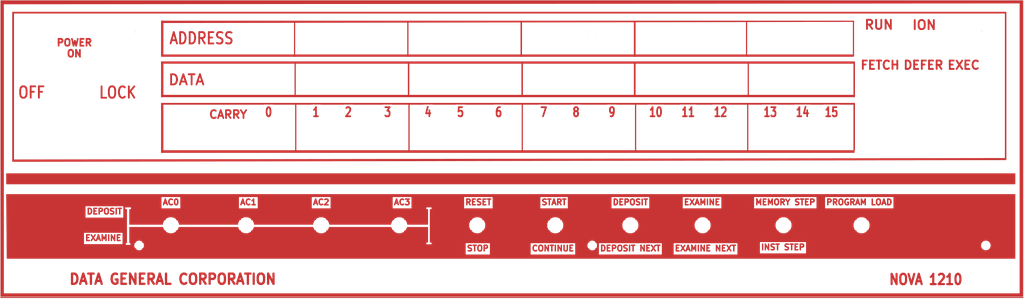
<source format=kicad_pcb>
(kicad_pcb (version 20171130) (host pcbnew "(5.0.2)-1")
  (title_block (title "Nova 1200 front panel") (date 2019-01-06) (rev "Rev 2") (company "Marcel van Herk"))
  (layers (0 F.Cu signal) (31 B.Cu signal) (37 F.SilkS user) (38 B.Mask user) (39 F.Mask user) (44 Edge.Cuts user))
  (net 0 "")
  (net 1 /GND)
  (module MountingHole:MountingHole_3.2mm_M3 (layer F.Cu) (at 242.316 19.05)
    (fp_text reference PAD1 (at 0 0.254) (layer F.SilkS))
    (fp_text value MountingHole_Pad)
    (pad 1 np_thru_hole circle (at 0 0) (size 3.2 3.2) (drill 3.2) (layers *.Cu *.Mask))
  )
  (module MountingHole:MountingHole_3.2mm_M3 (layer F.Cu) (at 242.316 113.03)
    (fp_text reference PAD1 (at 0 0) (layer F.SilkS))
    (fp_text value MountingHole_Pad)
    (pad 1 np_thru_hole circle (at 0 0) (size 3.2 3.2) (drill 3.2) (layers *.Cu *.Mask))
  )
  (module MountingHole:MountingHole_3.2mm_M3 (layer F.Cu) (at 43.18 113.03)
    (fp_text reference PAD1 (at 0 0) (layer F.SilkS))
    (fp_text value MountingHole_Pad)
    (pad 1 np_thru_hole circle (at 0 0) (size 3.2 3.2) (drill 3.2) (layers *.Cu *.Mask))
  )
  (module MountingHole:MountingHole_3.2mm_M3 (layer F.Cu) (at 43.18 19.05)
    (fp_text reference PAD1 (at 0 0) (layer F.SilkS))
    (fp_text value MountingHole_Pad)
    (pad 1 np_thru_hole circle (at 0 0) (size 3.2 3.2) (drill 3.2) (layers *.Cu *.Mask))
  )
  (module MountingHole:MountingHole_3.2mm_M3 (layer F.Cu) (at 415.29 19.05)
    (fp_text reference PAD6 (at -0.254 -0.254) (layer F.SilkS))
    (fp_text value MountingHole_Pad)
    (pad 1 np_thru_hole circle (at 0 0) (size 3.2 3.2) (drill 3.2) (layers *.Cu *.Mask) (net 1 /GND))
  )
  (module MountingHole:MountingHole_3.2mm_M3 (layer F.Cu) (at 415.29 113.03)
    (fp_text reference PAD5 (at -0.254 0) (layer F.SilkS))
    (fp_text value MountingHole_Pad)
    (pad 1 np_thru_hole circle (at 0 0) (size 3.2 3.2) (drill 3.2) (layers *.Cu *.Mask) (net 1 /GND))
  )
  (module MountingHole:MountingHole_5.5mm (layer F.Cu) (at 220.98 21.59)
    (fp_text reference REF** (at 0 -0.254) (layer F.SilkS))
    (fp_text value MountingHole_5.5mm)
    (pad 1 np_thru_hole circle (at 0 0) (size 5.5 5.5) (drill 5.5) (layers *.Cu *.Mask))
  )
  (module MountingHole:MountingHole_5.5mm (layer F.Cu) (at 234.95 21.59)
    (fp_text reference REF** (at -0.254 -0.254) (layer F.SilkS))
    (fp_text value MountingHole_5.5mm)
    (pad 1 np_thru_hole circle (at 0 0) (size 5.5 5.5) (drill 5.5) (layers *.Cu *.Mask))
  )
  (module MountingHole:MountingHole_5.5mm (layer F.Cu) (at 320.04 21.59)
    (fp_text reference REF** (at 0.508 -0.254) (layer F.SilkS))
    (fp_text value MountingHole_5.5mm)
    (pad 1 np_thru_hole circle (at 0 0) (size 5.5 5.5) (drill 5.5) (layers *.Cu *.Mask))
  )
  (module MountingHole:MountingHole_5.5mm (layer F.Cu) (at 334.01 21.59)
    (fp_text reference REF** (at 0.254 -0.254) (layer F.SilkS))
    (fp_text value MountingHole_5.5mm)
    (pad 1 np_thru_hole circle (at 0 0) (size 5.5 5.5) (drill 5.5) (layers *.Cu *.Mask))
  )
  (module MountingHole:MountingHole_5.5mm (layer F.Cu) (at 347.98 21.59)
    (fp_text reference REF** (at 0.508 0.254) (layer F.SilkS))
    (fp_text value MountingHole_5.5mm)
    (pad 1 np_thru_hole circle (at 0 0) (size 5.5 5.5) (drill 5.5) (layers *.Cu *.Mask))
  )
  (module MountingHole:MountingHole_5.5mm (layer F.Cu) (at 120.65 21.59)
    (fp_text reference REF** (at 0.254 -0.254) (layer F.SilkS))
    (fp_text value MountingHole_5.5mm)
    (pad 1 np_thru_hole circle (at 0 0) (size 5.5 5.5) (drill 5.5) (layers *.Cu *.Mask))
  )
  (module MountingHole:MountingHole_5.5mm (layer F.Cu) (at 135.89 21.59)
    (fp_text reference REF** (at 0.762 -0.254) (layer F.SilkS))
    (fp_text value MountingHole_5.5mm)
    (pad 1 np_thru_hole circle (at 0 0) (size 5.5 5.5) (drill 5.5) (layers *.Cu *.Mask))
  )
  (module MountingHole:MountingHole_5.5mm (layer F.Cu) (at 284.48 21.59)
    (fp_text reference REF** (at 0.508 0.254) (layer F.SilkS))
    (fp_text value MountingHole_5.5mm)
    (pad 1 np_thru_hole circle (at 0 0) (size 5.5 5.5) (drill 5.5) (layers *.Cu *.Mask))
  )
  (module MountingHole:MountingHole_5.5mm (layer F.Cu) (at 298.45 21.59)
    (fp_text reference REF** (at 0 -0.254) (layer F.SilkS))
    (fp_text value MountingHole_5.5mm)
    (pad 1 np_thru_hole circle (at 0 0) (size 5.5 5.5) (drill 5.5) (layers *.Cu *.Mask))
  )
  (module MountingHole:MountingHole_5.5mm (layer F.Cu) (at 250.19 21.59)
    (fp_text reference REF** (at 0.762 0.254) (layer F.SilkS))
    (fp_text value MountingHole_5.5mm)
    (pad 1 np_thru_hole circle (at 0 0) (size 5.5 5.5) (drill 5.5) (layers *.Cu *.Mask))
  )
  (module MountingHole:MountingHole_5.5mm (layer F.Cu) (at 270.51 21.59)
    (fp_text reference REF** (at 0.254 -0.254) (layer F.SilkS))
    (fp_text value MountingHole_5.5mm)
    (pad 1 np_thru_hole circle (at 0 0) (size 5.5 5.5) (drill 5.5) (layers *.Cu *.Mask))
  )
  (module MountingHole:MountingHole_5.5mm (layer F.Cu) (at 185.42 21.59)
    (fp_text reference REF** (at 0 -0.254) (layer F.SilkS))
    (fp_text value MountingHole_5.5mm)
    (pad 1 np_thru_hole circle (at 0 0) (size 5.5 5.5) (drill 5.5) (layers *.Cu *.Mask))
  )
  (module MountingHole:MountingHole_5.5mm (layer F.Cu) (at 200.66 21.59)
    (fp_text reference REF** (at 0 1.27) (layer F.SilkS))
    (fp_text value MountingHole_5.5mm)
    (pad 1 np_thru_hole circle (at 0 0) (size 5.5 5.5) (drill 5.5) (layers *.Cu *.Mask))
  )
  (module MountingHole:MountingHole_5.5mm (layer F.Cu) (at 152.4 21.59)
    (fp_text reference REF** (at 0 -0.254) (layer F.SilkS))
    (fp_text value MountingHole_5.5mm)
    (pad 1 np_thru_hole circle (at 0 0) (size 5.5 5.5) (drill 5.5) (layers *.Cu *.Mask))
  )
  (module MountingHole:MountingHole_5.5mm (layer F.Cu) (at 170.18 21.59)
    (fp_text reference REF** (at 0 0.254) (layer F.SilkS))
    (fp_text value MountingHole_5.5mm)
    (pad 1 np_thru_hole circle (at 0 0) (size 5.5 5.5) (drill 5.5) (layers *.Cu *.Mask))
  )
  (module MountingHole:MountingHole_5.5mm (layer F.Cu) (at 403.86 39.37)
    (fp_text reference REF** (at 0 -0.254) (layer F.SilkS))
    (fp_text value MountingHole_5.5mm)
    (pad 1 np_thru_hole circle (at 0 0) (size 5.5 5.5) (drill 5.5) (layers *.Cu *.Mask))
  )
  (module MountingHole:MountingHole_5.5mm (layer F.Cu) (at 387.35 39.37)
    (fp_text reference REF** (at -0.254 0.254) (layer F.SilkS))
    (fp_text value MountingHole_5.5mm)
    (pad 1 np_thru_hole circle (at 0 0) (size 5.5 5.5) (drill 5.5) (layers *.Cu *.Mask))
  )
  (module MountingHole:MountingHole_5.5mm (layer F.Cu) (at 368.3 39.37)
    (fp_text reference REF** (at 0 0.254) (layer F.SilkS))
    (fp_text value MountingHole_5.5mm)
    (pad 1 np_thru_hole circle (at 0 0) (size 5.5 5.5) (drill 5.5) (layers *.Cu *.Mask))
  )
  (module "Button_Switch_Keyboard:nova frontpanel layout" (layer F.Cu) (at 207.01 71.12)
    (fp_text reference G hide)
    (fp_text value "" hide)
  )
  (module MountingHole:MountingHole_6mm (layer F.Cu) (at 360.68 104.14)
    (fp_text reference REF** (at 0.508 0) (layer F.SilkS))
    (fp_text value MountingHole_6mm)
    (pad 1 np_thru_hole circle (at 0 0) (size 6 6) (drill 6) (layers *.Cu *.Mask))
  )
  (module MountingHole:MountingHole_6mm (layer F.Cu) (at 100.33 63.5)
    (fp_text reference REF** (at 0.254 0) (layer F.SilkS))
    (fp_text value MountingHole_6mm)
    (pad 1 np_thru_hole circle (at 0 0) (size 6 6) (drill 6) (layers *.Cu *.Mask))
  )
  (module MountingHole:MountingHole_5.5mm (layer F.Cu) (at 368.3 21.59)
    (fp_text reference REF** (at 0 -0.254) (layer F.SilkS))
    (fp_text value MountingHole_5.5mm)
    (pad 1 np_thru_hole circle (at 0 0) (size 5.5 5.5) (drill 5.5) (layers *.Cu *.Mask))
  )
  (module MountingHole:MountingHole_5.5mm (layer F.Cu) (at 387.35 21.59)
    (fp_text reference REF** (at 0.762 0.254) (layer F.SilkS))
    (fp_text value MountingHole_5.5mm)
    (pad 1 np_thru_hole circle (at 0 0) (size 5.5 5.5) (drill 5.5) (layers *.Cu *.Mask))
  )
  (module MountingHole:MountingHole_5.5mm (layer F.Cu) (at 347.98 39.37)
    (fp_text reference REF** (at -0.508 -0.254) (layer F.SilkS))
    (fp_text value MountingHole_5.5mm)
    (pad 1 np_thru_hole circle (at 0 0) (size 5.5 5.5) (drill 5.5) (layers *.Cu *.Mask))
  )
  (module MountingHole:MountingHole_5.5mm (layer F.Cu) (at 334.01 39.37)
    (fp_text reference REF** (at -0.254 -0.254) (layer F.SilkS))
    (fp_text value MountingHole_5.5mm)
    (pad 1 np_thru_hole circle (at 0 0) (size 5.5 5.5) (drill 5.5) (layers *.Cu *.Mask))
  )
  (module MountingHole:MountingHole_5.5mm (layer F.Cu) (at 320.04 39.37)
    (fp_text reference REF** (at 0.508 -0.254) (layer F.SilkS))
    (fp_text value MountingHole_5.5mm)
    (pad 1 np_thru_hole circle (at 0 0) (size 5.5 5.5) (drill 5.5) (layers *.Cu *.Mask))
  )
  (module MountingHole:MountingHole_5.5mm (layer F.Cu) (at 298.45 39.37)
    (fp_text reference REF** (at -0.254 -0.254) (layer F.SilkS))
    (fp_text value MountingHole_5.5mm)
    (pad 1 np_thru_hole circle (at 0 0) (size 5.5 5.5) (drill 5.5) (layers *.Cu *.Mask))
  )
  (module MountingHole:MountingHole_5.5mm (layer F.Cu) (at 284.48 39.37)
    (fp_text reference REF** (at -0.508 -0.254) (layer F.SilkS))
    (fp_text value MountingHole_5.5mm)
    (pad 1 np_thru_hole circle (at 0 0) (size 5.5 5.5) (drill 5.5) (layers *.Cu *.Mask))
  )
  (module MountingHole:MountingHole_5.5mm (layer F.Cu) (at 270.51 39.37)
    (fp_text reference REF** (at 0 -0.254) (layer F.SilkS))
    (fp_text value MountingHole_5.5mm)
    (pad 1 np_thru_hole circle (at 0 0) (size 5.5 5.5) (drill 5.5) (layers *.Cu *.Mask))
  )
  (module MountingHole:MountingHole_5.5mm (layer F.Cu) (at 250.19 39.37)
    (fp_text reference REF** (at 0 0.254) (layer F.SilkS))
    (fp_text value MountingHole_5.5mm)
    (pad 1 np_thru_hole circle (at 0 0) (size 5.5 5.5) (drill 5.5) (layers *.Cu *.Mask))
  )
  (module MountingHole:MountingHole_5.5mm (layer F.Cu) (at 234.95 39.37)
    (fp_text reference REF** (at -0.254 -0.254) (layer F.SilkS))
    (fp_text value MountingHole_5.5mm)
    (pad 1 np_thru_hole circle (at 0 0) (size 5.5 5.5) (drill 5.5) (layers *.Cu *.Mask))
  )
  (module MountingHole:MountingHole_5.5mm (layer F.Cu) (at 220.98 39.37)
    (fp_text reference REF** (at 0 -0.254) (layer F.SilkS))
    (fp_text value MountingHole_5.5mm)
    (pad 1 np_thru_hole circle (at 0 0) (size 5.5 5.5) (drill 5.5) (layers *.Cu *.Mask))
  )
  (module MountingHole:MountingHole_5.5mm (layer F.Cu) (at 200.66 39.37)
    (fp_text reference REF** (at 0.508 0.254) (layer F.SilkS))
    (fp_text value MountingHole_5.5mm)
    (pad 1 np_thru_hole circle (at 0 0) (size 5.5 5.5) (drill 5.5) (layers *.Cu *.Mask))
  )
  (module MountingHole:MountingHole_5.5mm (layer F.Cu) (at 185.42 39.37)
    (fp_text reference REF** (at -0.508 -0.254) (layer F.SilkS))
    (fp_text value MountingHole_5.5mm)
    (pad 1 np_thru_hole circle (at 0 0) (size 5.5 5.5) (drill 5.5) (layers *.Cu *.Mask))
  )
  (module MountingHole:MountingHole_5.5mm (layer F.Cu) (at 170.18 39.37)
    (fp_text reference REF** (at 0 0.254) (layer F.SilkS))
    (fp_text value MountingHole_5.5mm)
    (pad 1 np_thru_hole circle (at 0 0) (size 5.5 5.5) (drill 5.5) (layers *.Cu *.Mask))
  )
  (module MountingHole:MountingHole_5.5mm (layer F.Cu) (at 152.4 39.37)
    (fp_text reference REF** (at -0.508 -0.254) (layer F.SilkS))
    (fp_text value MountingHole_5.5mm)
    (pad 1 np_thru_hole circle (at 0 0) (size 5.5 5.5) (drill 5.5) (layers *.Cu *.Mask))
  )
  (module MountingHole:MountingHole_5.5mm (layer F.Cu) (at 135.89 39.37)
    (fp_text reference REF** (at 0.254 0.254) (layer F.SilkS))
    (fp_text value MountingHole_5.5mm)
    (pad 1 np_thru_hole circle (at 0 0) (size 5.5 5.5) (drill 5.5) (layers *.Cu *.Mask))
  )
  (module MountingHole:MountingHole_5.5mm (layer F.Cu) (at 120.65 39.37)
    (fp_text reference REF** (at 0 0.254) (layer F.SilkS))
    (fp_text value MountingHole_5.5mm)
    (pad 1 np_thru_hole circle (at 0 0) (size 5.5 5.5) (drill 5.5) (layers *.Cu *.Mask))
  )
  (module MountingHole:MountingHole_5.5mm (layer F.Cu) (at 100.33 39.37)
    (fp_text reference REF** (at 0.254 -0.254) (layer F.SilkS))
    (fp_text value MountingHole_5.5mm)
    (pad 1 np_thru_hole circle (at 0 0) (size 5.5 5.5) (drill 5.5) (layers *.Cu *.Mask))
  )
  (module MountingHole:MountingHole_5.5mm (layer F.Cu) (at 82.55 39.37)
    (fp_text reference REF** (at -0.254 -0.254) (layer F.SilkS))
    (fp_text value MountingHole_5.5mm)
    (pad 1 np_thru_hole circle (at 0 0) (size 5.5 5.5) (drill 5.5) (layers *.Cu *.Mask))
  )
  (module MountingHole:MountingHole_6mm (layer F.Cu) (at 120.65 63.5)
    (fp_text reference REF** (at -0.254 0) (layer F.SilkS))
    (fp_text value MountingHole_6mm)
    (pad 1 np_thru_hole circle (at 0 0) (size 6 6) (drill 6) (layers *.Cu *.Mask))
  )
  (module MountingHole:MountingHole_6mm (layer F.Cu) (at 135.89 63.5)
    (fp_text reference REF** (at -0.254 0) (layer F.SilkS))
    (fp_text value MountingHole_6mm)
    (pad 1 np_thru_hole circle (at 0 0) (size 6 6) (drill 6) (layers *.Cu *.Mask))
  )
  (module MountingHole:MountingHole_6mm (layer F.Cu) (at 152.4 63.5)
    (fp_text reference REF** (at -0.508 0) (layer F.SilkS))
    (fp_text value MountingHole_6mm)
    (pad 1 np_thru_hole circle (at 0 0) (size 6 6) (drill 6) (layers *.Cu *.Mask))
  )
  (module MountingHole:MountingHole_6mm (layer F.Cu) (at 170.18 63.5)
    (fp_text reference REF** (at 0 -0.508) (layer F.SilkS))
    (fp_text value MountingHole_6mm)
    (pad 1 np_thru_hole circle (at 0 0) (size 6 6) (drill 6) (layers *.Cu *.Mask))
  )
  (module MountingHole:MountingHole_6mm (layer F.Cu) (at 185.42 63.5)
    (fp_text reference REF** (at 0 0) (layer F.SilkS))
    (fp_text value MountingHole_6mm)
    (pad 1 np_thru_hole circle (at 0 0) (size 6 6) (drill 6) (layers *.Cu *.Mask))
  )
  (module MountingHole:MountingHole_6mm (layer F.Cu) (at 200.66 63.5)
    (fp_text reference REF** (at -0.508 -0.508) (layer F.SilkS))
    (fp_text value MountingHole_6mm)
    (pad 1 np_thru_hole circle (at 0 0) (size 6 6) (drill 6) (layers *.Cu *.Mask))
  )
  (module MountingHole:MountingHole_6mm (layer F.Cu) (at 220.98 63.5)
    (fp_text reference REF** (at 0 0) (layer F.SilkS))
    (fp_text value MountingHole_6mm)
    (pad 1 np_thru_hole circle (at 0 0) (size 6 6) (drill 6) (layers *.Cu *.Mask))
  )
  (module MountingHole:MountingHole_6mm (layer F.Cu) (at 234.95 63.5)
    (fp_text reference REF** (at 0 0) (layer F.SilkS))
    (fp_text value MountingHole_6mm)
    (pad 1 np_thru_hole circle (at 0 0) (size 6 6) (drill 6) (layers *.Cu *.Mask))
  )
  (module MountingHole:MountingHole_6mm (layer F.Cu) (at 250.19 63.5)
    (fp_text reference REF** (at 0.254 0) (layer F.SilkS))
    (fp_text value MountingHole_6mm)
    (pad 1 np_thru_hole circle (at 0 0) (size 6 6) (drill 6) (layers *.Cu *.Mask))
  )
  (module MountingHole:MountingHole_6mm (layer F.Cu) (at 270.51 63.5)
    (fp_text reference REF** (at -0.254 0) (layer F.SilkS))
    (fp_text value MountingHole_6mm)
    (pad 1 np_thru_hole circle (at 0 0) (size 6 6) (drill 6) (layers *.Cu *.Mask))
  )
  (module MountingHole:MountingHole_6mm (layer F.Cu) (at 284.48 63.5)
    (fp_text reference REF** (at 0.508 0.508) (layer F.SilkS))
    (fp_text value MountingHole_6mm)
    (pad 1 np_thru_hole circle (at 0 0) (size 6 6) (drill 6) (layers *.Cu *.Mask))
  )
  (module MountingHole:MountingHole_6mm (layer F.Cu) (at 298.45 63.5)
    (fp_text reference REF** (at -0.254 0) (layer F.SilkS))
    (fp_text value MountingHole_6mm)
    (pad 1 np_thru_hole circle (at 0 0) (size 6 6) (drill 6) (layers *.Cu *.Mask))
  )
  (module MountingHole:MountingHole_6mm (layer F.Cu) (at 320.04 63.5)
    (fp_text reference REF** (at 0 0) (layer F.SilkS))
    (fp_text value MountingHole_6mm)
    (pad 1 np_thru_hole circle (at 0 0) (size 6 6) (drill 6) (layers *.Cu *.Mask))
  )
  (module MountingHole:MountingHole_6mm (layer F.Cu) (at 334.01 63.5)
    (fp_text reference REF** (at 0 0) (layer F.SilkS))
    (fp_text value MountingHole_6mm)
    (pad 1 np_thru_hole circle (at 0 0) (size 6 6) (drill 6) (layers *.Cu *.Mask))
  )
  (module MountingHole:MountingHole_6mm (layer F.Cu) (at 347.98 63.5)
    (fp_text reference REF** (at 0 0) (layer F.SilkS))
    (fp_text value MountingHole_6mm)
    (pad 1 np_thru_hole circle (at 0 0) (size 6 6) (drill 6) (layers *.Cu *.Mask))
  )
  (module MountingHole:MountingHole_6mm (layer F.Cu) (at 326.39 104.14)
    (fp_text reference REF** (at 0 -0.508) (layer F.SilkS))
    (fp_text value MountingHole_6mm)
    (pad 1 np_thru_hole circle (at 0 0) (size 6 6) (drill 6) (layers *.Cu *.Mask))
  )
  (module MountingHole:MountingHole_6mm (layer F.Cu) (at 290.83 104.14)
    (fp_text reference REF** (at 0 0.508) (layer F.SilkS))
    (fp_text value MountingHole_6mm)
    (pad 1 np_thru_hole circle (at 0 0) (size 6 6) (drill 6) (layers *.Cu *.Mask))
  )
  (module MountingHole:MountingHole_6mm (layer F.Cu) (at 259.08 104.14)
    (fp_text reference REF** (at 0 -0.508) (layer F.SilkS))
    (fp_text value MountingHole_6mm)
    (pad 1 np_thru_hole circle (at 0 0) (size 6 6) (drill 6) (layers *.Cu *.Mask))
  )
  (module MountingHole:MountingHole_6mm (layer F.Cu) (at 226.06 104.14)
    (fp_text reference REF** (at 0 0.508) (layer F.SilkS))
    (fp_text value MountingHole_6mm)
    (pad 1 np_thru_hole circle (at 0 0) (size 6 6) (drill 6) (layers *.Cu *.Mask))
  )
  (module MountingHole:MountingHole_6mm (layer F.Cu) (at 191.77 104.14)
    (fp_text reference REF** (at -0.254 0) (layer F.SilkS))
    (fp_text value MountingHole_6mm)
    (pad 1 np_thru_hole circle (at 0 0) (size 6 6) (drill 6) (layers *.Cu *.Mask))
  )
  (module MountingHole:MountingHole_6mm (layer F.Cu) (at 157.48 104.14)
    (fp_text reference REF** (at -0.508 0) (layer F.SilkS))
    (fp_text value MountingHole_6mm)
    (pad 1 np_thru_hole circle (at 0 0) (size 6 6) (drill 6) (layers *.Cu *.Mask))
  )
  (module MountingHole:MountingHole_6mm (layer F.Cu) (at 123.19 104.14)
    (fp_text reference REF** (at 0 0.508) (layer F.SilkS))
    (fp_text value MountingHole_6mm)
    (pad 1 np_thru_hole circle (at 0 0) (size 6 6) (drill 6) (layers *.Cu *.Mask))
  )
  (module MountingHole:MountingHole_6mm (layer F.Cu) (at 90.17 104.14)
    (fp_text reference REF** (at 0.254 0) (layer F.SilkS))
    (fp_text value MountingHole_6mm)
    (pad 1 np_thru_hole circle (at 0 0) (size 6 6) (drill 6) (layers *.Cu *.Mask))
  )
  (module MountingHole:MountingHole_6mm (layer F.Cu) (at 57.15 104.14)
    (fp_text reference REF** (at -0.762 0) (layer F.SilkS))
    (fp_text value MountingHole_6mm)
    (pad 1 np_thru_hole circle (at 0 0) (size 6 6) (drill 6) (layers *.Cu *.Mask))
  )
  (module MountingHole:MountingHole_8.4mm_M8 (layer F.Cu) (at 12.7 44.45)
    (fp_text reference REF** (at 0 0.254) (layer F.SilkS))
    (fp_text value MountingHole_8.4mm_M8)
    (pad 1 np_thru_hole circle (at 0 0) (size 8.4 8.4) (drill 8.4) (layers *.Cu *.Mask))
  )
  (gr_text "PROGRAM LOAD" (at 359.664 93.98) (layer F.Cu) (effects (font (size 2.5 2.5) (thickness 0.625))))
  (gr_text "INST STEP" (at 326.136 113.792) (layer F.Cu) (effects (font (size 2.5 2.5) (thickness 0.625))))
  (gr_text "MEMORY STEP" (at 327.152 93.98) (layer F.Cu) (effects (font (size 2.5 2.5) (thickness 0.625))))
  (gr_text "EXAMINE NEXT" (at 292.1 114.3) (layer F.Cu) (effects (font (size 2.5 2.5) (thickness 0.625))))
  (gr_text EXAMINE (at 290.576 93.98) (layer F.Cu) (effects (font (size 2.5 2.5) (thickness 0.625))))
  (gr_text "DEPOSIT NEXT" (at 259.08 114.3) (layer F.Cu) (effects (font (size 2.5 2.5) (thickness 0.625))))
  (gr_text DEPOSIT (at 259.08 93.98) (layer F.Cu) (effects (font (size 2.5 2.5) (thickness 0.625))))
  (gr_text CONTINUE (at 225.044 114.3) (layer F.Cu) (effects (font (size 2.5 2.5) (thickness 0.625))))
  (gr_text START (at 225.552 93.98) (layer F.Cu) (effects (font (size 2.5 2.5) (thickness 0.625))))
  (gr_text STOP (at 192.024 114.3) (layer F.Cu) (effects (font (size 2.5 2.5) (thickness 0.625))))
  (gr_text RESET (at 192.278 93.98) (layer F.Cu) (effects (font (size 2.5 2.5) (thickness 0.625))))
  (gr_text AC3 (at 158.75 93.98) (layer F.Cu) (effects (font (size 2.5 2.5) (thickness 0.625))))
  (gr_text AC2 (at 123.19 93.98) (layer F.Cu) (effects (font (size 2.5 2.5) (thickness 0.625))))
  (gr_text AC1 (at 91.186 93.98) (layer F.Cu) (effects (font (size 2.5 2.5) (thickness 0.625))))
  (gr_text EXAMINE (at 27.432 109.728) (layer F.Cu) (effects (font (size 2.5 2.5) (thickness 0.625))))
  (gr_text ADDRESS (at 70.612 21.844) (layer F.Cu) (effects (font (size 5 4.2) (thickness 0.8))))
  (gr_text "POWER\nON" (at 14.732 26.162) (layer F.Cu) (effects (font (size 3 3) (thickness 0.75))))
  (gr_text OFF (at -4.064 45.72) (layer F.Cu) (effects (font (size 5 4.2) (thickness 0.8))))
  (gr_text LOCK (at 33.782 45.72) (layer F.Cu) (effects (font (size 5 4.2) (thickness 0.8))))
  (gr_text DATA (at 64.008 40.132) (layer F.Cu) (effects (font (size 4.5 4.5) (thickness 0.8))))
  (gr_text CARRY (at 82.296 55.372) (layer F.Cu) (effects (font (size 3.5 3.5) (thickness 0.75))))
  (gr_text 0 (at 100.076 54.356) (layer F.Cu) (effects (font (size 4 3) (thickness 0.75))))
  (gr_text 1 (at 120.904 54.356) (layer F.Cu) (effects (font (size 4 3) (thickness 0.75))))
  (gr_text 2 (at 135.128 54.356) (layer F.Cu) (effects (font (size 4 3) (thickness 0.75))))
  (gr_text 3 (at 152.4 54.356) (layer F.Cu) (effects (font (size 4 3) (thickness 0.75))))
  (gr_text 4 (at 170.18 54.356) (layer F.Cu) (effects (font (size 4 3) (thickness 0.75))))
  (gr_text 5 (at 184.404 54.356) (layer F.Cu) (effects (font (size 4 3) (thickness 0.75))))
  (gr_text 6 (at 201.168 54.356) (layer F.Cu) (effects (font (size 4 3) (thickness 0.75))))
  (gr_text 7 (at 220.98 54.356) (layer F.Cu) (effects (font (size 4 3) (thickness 0.75))))
  (gr_text 8 (at 235.204 54.356) (layer F.Cu) (effects (font (size 4 3) (thickness 0.75))))
  (gr_text 9 (at 250.952 54.356) (layer F.Cu) (effects (font (size 4 3) (thickness 0.75))))
  (gr_text 10 (at 270.256 54.356) (layer F.Cu) (effects (font (size 4 3) (thickness 0.75))))
  (gr_text 11 (at 284.48 54.356) (layer F.Cu) (effects (font (size 4 3) (thickness 0.75))))
  (gr_text 12 (at 298.704 54.356) (layer F.Cu) (effects (font (size 4 3) (thickness 0.75))))
  (gr_text 13 (at 320.548 54.356) (layer F.Cu) (effects (font (size 4 3) (thickness 0.75))))
  (gr_text 14 (at 334.772 54.356) (layer F.Cu) (effects (font (size 4 3) (thickness 0.75))))
  (gr_text 15 (at 347.472 54.356) (layer F.Cu) (effects (font (size 4 3) (thickness 0.75))))
  (gr_text EXEC (at 405.511 33.655) (layer F.Cu) (effects (font (size 3.7 3.7) (thickness 0.8))))
  (gr_text DEFER (at 387.858 33.655) (layer F.Cu) (effects (font (size 3.7 3.7) (thickness 0.8))))
  (gr_text FETCH (at 368.808 33.655) (layer F.Cu) (effects (font (size 3.7 3.7) (thickness 0.8))))
  (gr_text ION (at 388.239 16.002) (layer F.Cu) (effects (font (size 4 4) (thickness 0.8))))
  (gr_text "NOVA 1210" (at 372.364 128.016) (layer F.Cu) (effects (font (size 4.5 3.8) (thickness 0.95)) (justify left)))
  (gr_text "DATA GENERAL CORPORATION" (at 12.065 127.889) (layer F.Cu) (effects (font (size 4.5 4.15) (thickness 1)) (justify left)))
  (gr_text DEPOSIT (at 27.94 98.044) (layer F.Cu) (effects (font (size 2.5 2.5) (thickness 0.625))))
  (gr_line (start 431.8 135.636) (end -17.78 135.636) (layer Edge.Cuts) (width 0.15))
  (gr_line (start 431.8 5.08) (end 431.8 135.636) (layer Edge.Cuts) (width 0.15))
  (gr_line (start -17.78 5.08) (end 431.8 5.08) (layer Edge.Cuts) (width 0.15))
  (gr_line (start -17.78 135.636) (end -17.78 5.08) (layer Edge.Cuts) (width 0.15))
  (gr_text AC0 (at 57.15 93.98) (layer F.Cu) (effects (font (size 2.5 2.5) (thickness 0.625))))
  (gr_text RUN (at 368.3 15.875) (layer F.Cu) (effects (font (size 4 4) (thickness 0.8))))
  (zone (net 0) (net_name "") (layer F.Cu) (connect_pads (clearance 0)) (min_thickness 0.254) (fill yes (arc_segments 16) (thermal_gap 0.508) (thermal_bridge_width 0.508))
    (polygon (pts (xy 428.244 118.872) (xy -14.986 118.872) (xy -15.24 90.424) (xy 428.244 90.424)))
    (polygon (pts (xy 37.084 96.266) (xy 37.084 97.028) (xy 37.846 97.028) (xy 37.846 112.014) (xy 37.338 112.014) (xy 37.338 112.776) (xy 39.37 112.776) (xy 39.37 112.014) (xy 38.862 112.014) (xy 38.862 104.902) (xy 170.18 104.902) (xy 170.18 111.76) (xy 169.418 111.76) (xy 169.418 112.522) (xy 171.704 112.522) (xy 171.704 111.76) (xy 170.942 111.76) (xy 170.942 97.028) (xy 171.704 97.028) (xy 171.704 96.266) (xy 169.418 96.266) (xy 169.418 97.028) (xy 170.18 97.028) (xy 170.18 103.886) (xy 38.862 103.886) (xy 38.862 97.028) (xy 39.624 97.028) (xy 39.624 96.266)))
  )
  (zone (net 0) (net_name "") (layer F.Cu) (connect_pads (clearance 0)) (min_thickness 0.254) (fill yes (arc_segments 16) (thermal_gap 0.508) (thermal_bridge_width 0.508))
    (polygon (pts (xy 431.292 134.112) (xy -17.78 134.112) (xy -17.78 136.144) (xy 430.784 136.144) (xy 431.292 135.636)))
  )
  (zone (net 0) (net_name "") (layer F.Cu) (connect_pads (clearance 0)) (min_thickness 0.254) (fill yes (arc_segments 16) (thermal_gap 0.508) (thermal_bridge_width 0.508))
    (polygon (pts (xy -16.256 5.080431) (xy 430.149 5.206713) (xy 430.149 5.08) (xy 431.8 5.08) (xy 431.8 136.144) (xy 430.149 136.144) (xy 430.149 6.478077) (xy -16.256 6.856707) (xy -16.256 135.636) (xy -17.78 135.636) (xy -17.78 5.08) (xy -16.256 5.08)))
  )
  (zone (net 0) (net_name "") (layer F.Cu) (connect_pads (clearance 0)) (min_thickness 0.254) (fill yes (arc_segments 16) (thermal_gap 0.508) (thermal_bridge_width 0.508))
    (polygon (pts (xy 424.18 10.287) (xy 424.307 10.287) (xy 424.307 75.438) (xy 423.926 75.438) (xy 423.672 75.444459) (xy -12.457291 76.205371) (xy -12.457291 76.2) (xy -12.573 76.2) (xy -12.573 10.16) (xy 424.18 10.16)))
    (polygon (pts (xy -11.811 10.922) (xy -11.811 75.188431) (xy 423.672 74.555278) (xy 423.672 11.176) (xy 423.708286 10.922)))
  )
  (zone (net 0) (net_name "") (layer F.Cu) (connect_pads (clearance 0)) (min_thickness 0.254) (fill yes (arc_segments 16) (thermal_gap 0.508) (thermal_bridge_width 0.508))
    (polygon (pts (xy 52.832 50.292) (xy 52.832 72.263) (xy 53.848 72.263) (xy 53.848 50.292)))
  )
  (zone (net 0) (net_name "") (layer F.Cu) (connect_pads (clearance 0)) (min_thickness 0.254) (fill yes (arc_segments 16) (thermal_gap 0.508) (thermal_bridge_width 0.508))
    (polygon (pts (xy 52.959 71.12) (xy 52.959 72.263) (xy 357.632 72.263) (xy 357.632 71.12)))
  )
  (zone (net 0) (net_name "") (layer F.Cu) (connect_pads (clearance 0)) (min_thickness 0.254) (fill yes (arc_segments 16) (thermal_gap 0.508) (thermal_bridge_width 0.508))
    (polygon (pts (xy 357.124 71.12) (xy 357.759 71.12) (xy 357.759 50.292) (xy 357.124 50.292)))
  )
  (zone (net 0) (net_name "") (layer F.Cu) (connect_pads (clearance 0)) (min_thickness 0.254) (fill yes (arc_segments 16) (thermal_gap 0.508) (thermal_bridge_width 0.508))
    (polygon (pts (xy 357.632 50.292) (xy 357.632 51.054) (xy 53.34 51.054) (xy 53.34 50.292)))
  )
  (zone (net 0) (net_name "") (layer F.Cu) (connect_pads (clearance 0)) (min_thickness 0.254) (fill yes (arc_segments 16) (thermal_gap 0.508) (thermal_bridge_width 0.508))
    (polygon (pts (xy 52.832 14.097) (xy 52.832 29.337) (xy 53.848 29.337) (xy 53.848 14.097)))
  )
  (zone (net 0) (net_name "") (layer F.Cu) (connect_pads (clearance 0)) (min_thickness 0.254) (fill yes (arc_segments 16) (thermal_gap 0.508) (thermal_bridge_width 0.508))
    (polygon (pts (xy 52.959 14.097) (xy 52.959 15.113) (xy 357.378 14.605) (xy 357.378 14.097)))
  )
  (zone (net 0) (net_name "") (layer F.Cu) (connect_pads (clearance 0)) (min_thickness 0.254) (fill yes (arc_segments 16) (thermal_gap 0.508) (thermal_bridge_width 0.508))
    (polygon (pts (xy 52.832 28.956) (xy 52.832 29.972) (xy 357.124 29.972) (xy 357.124 28.956)))
  )
  (zone (net 0) (net_name "") (layer F.Cu) (connect_pads (clearance 0)) (min_thickness 0.254) (fill yes (arc_segments 16) (thermal_gap 0.508) (thermal_bridge_width 0.508))
    (polygon (pts (xy 52.832 32.004) (xy 52.832 47.752) (xy 53.848 47.752) (xy 53.848 32.004)))
  )
  (zone (net 0) (net_name "") (layer F.Cu) (connect_pads (clearance 0)) (min_thickness 0.254) (fill yes (arc_segments 16) (thermal_gap 0.508) (thermal_bridge_width 0.508))
    (polygon (pts (xy 52.832 32.004) (xy 357.759 32.004) (xy 357.759 33.02) (xy 52.832 33.02)))
  )
  (zone (net 0) (net_name "") (layer F.Cu) (connect_pads (clearance 0)) (min_thickness 0.254) (fill yes (arc_segments 16) (thermal_gap 0.508) (thermal_bridge_width 0.508))
    (polygon (pts (xy 52.832 47.752) (xy 52.832 46.736) (xy 357.759 46.736) (xy 357.759 47.752)))
  )
  (zone (net 0) (net_name "") (layer F.Cu) (connect_pads (clearance 0)) (min_thickness 0.254) (fill yes (arc_segments 16) (thermal_gap 0.508) (thermal_bridge_width 0.508))
    (polygon (pts (xy 356.87 14.224) (xy 357.378 14.224) (xy 357.378 29.845) (xy 356.87 29.845)))
  )
  (zone (net 0) (net_name "") (layer F.Cu) (connect_pads (clearance 0)) (min_thickness 0.254) (fill yes (arc_segments 16) (thermal_gap 0.508) (thermal_bridge_width 0.508))
    (polygon (pts (xy 111.252 14.224) (xy 111.76 14.224) (xy 111.76 29.972) (xy 111.252 29.972)))
  )
  (zone (net 0) (net_name "") (layer F.Cu) (connect_pads (clearance 0)) (min_thickness 0.254) (fill yes (arc_segments 16) (thermal_gap 0.508) (thermal_bridge_width 0.508))
    (polygon (pts (xy 161.036 14.224) (xy 161.544 14.224) (xy 161.544 29.972) (xy 161.036 29.972)))
  )
  (zone (net 0) (net_name "") (layer F.Cu) (connect_pads (clearance 0)) (min_thickness 0.254) (fill yes (arc_segments 16) (thermal_gap 0.508) (thermal_bridge_width 0.508))
    (polygon (pts (xy 210.82 14.224) (xy 211.455 14.224) (xy 211.455 29.972) (xy 210.82 29.972)))
  )
  (zone (net 0) (net_name "") (layer F.Cu) (connect_pads (clearance 0)) (min_thickness 0.254) (fill yes (arc_segments 16) (thermal_gap 0.508) (thermal_bridge_width 0.508))
    (polygon (pts (xy 260.604 14.224) (xy 261.366 14.224) (xy 261.366 29.972) (xy 260.604 29.972)))
  )
  (zone (net 0) (net_name "") (layer F.Cu) (connect_pads (clearance 0)) (min_thickness 0.254) (fill yes (arc_segments 16) (thermal_gap 0.508) (thermal_bridge_width 0.508))
    (polygon (pts (xy 309.88 14.224) (xy 310.388 14.224) (xy 310.388 29.464) (xy 309.88 29.464) (xy 309.88 14.732)))
  )
  (zone (net 0) (net_name "") (layer F.Cu) (connect_pads (clearance 0)) (min_thickness 0.254) (fill yes (arc_segments 16) (thermal_gap 0.508) (thermal_bridge_width 0.508))
    (polygon (pts (xy 357.124 47.752) (xy 357.759 47.752) (xy 357.759 32.512) (xy 357.124 32.512)))
  )
  (zone (net 0) (net_name "") (layer F.Cu) (connect_pads (clearance 0)) (min_thickness 0.254) (fill yes (arc_segments 16) (thermal_gap 0.508) (thermal_bridge_width 0.508))
    (polygon (pts (xy 161.29 32.004) (xy 161.925 32.004) (xy 161.925 47.752) (xy 161.29 47.752)))
  )
  (zone (net 0) (net_name "") (layer F.Cu) (connect_pads (clearance 0)) (min_thickness 0.254) (fill yes (arc_segments 16) (thermal_gap 0.508) (thermal_bridge_width 0.508))
    (polygon (pts (xy 211.201 47.244) (xy 211.836 47.244) (xy 211.836 32.004) (xy 211.201 32.004)))
  )
  (zone (net 0) (net_name "") (layer F.Cu) (connect_pads (clearance 0)) (min_thickness 0.254) (fill yes (arc_segments 16) (thermal_gap 0.508) (thermal_bridge_width 0.508))
    (polygon (pts (xy 260.604 32.134226) (xy 261.366 32.134226) (xy 261.366 47.498) (xy 260.604 47.498)))
  )
  (zone (net 0) (net_name "") (layer F.Cu) (connect_pads (clearance 0)) (min_thickness 0.254) (fill yes (arc_segments 16) (thermal_gap 0.508) (thermal_bridge_width 0.508))
    (polygon (pts (xy 310.642 47.752) (xy 311.15 47.752) (xy 311.15 32.004) (xy 310.642 32.004)))
  )
  (zone (net 0) (net_name "") (layer F.Cu) (connect_pads (clearance 0)) (min_thickness 0.254) (fill yes (arc_segments 16) (thermal_gap 0.508) (thermal_bridge_width 0.508))
    (polygon (pts (xy 111.76 50.292) (xy 112.268 50.292) (xy 112.268 72.136) (xy 111.76 72.136)))
  )
  (zone (net 0) (net_name "") (layer F.Cu) (connect_pads (clearance 0)) (min_thickness 0.254) (fill yes (arc_segments 16) (thermal_gap 0.508) (thermal_bridge_width 0.508))
    (polygon (pts (xy 161.544 50.292) (xy 162.052 50.292) (xy 162.052 72.136) (xy 161.544 72.136)))
  )
  (zone (net 0) (net_name "") (layer F.Cu) (connect_pads (clearance 0)) (min_thickness 0.254) (fill yes (arc_segments 16) (thermal_gap 0.508) (thermal_bridge_width 0.508))
    (polygon (pts (xy 211.328 50.292) (xy 211.836 50.292) (xy 211.836 71.628) (xy 211.328 71.628) (xy 211.328 50.8) (xy 211.836 50.292)))
  )
  (zone (net 0) (net_name "") (layer F.Cu) (connect_pads (clearance 0)) (min_thickness 0.254) (fill yes (arc_segments 16) (thermal_gap 0.508) (thermal_bridge_width 0.508))
    (polygon (pts (xy 261.112 50.292) (xy 261.112 72.136) (xy 261.62 72.136) (xy 261.62 50.292)))
  )
  (zone (net 0) (net_name "") (layer F.Cu) (connect_pads (clearance 0)) (min_thickness 0.254) (fill yes (arc_segments 16) (thermal_gap 0.508) (thermal_bridge_width 0.508))
    (polygon (pts (xy 310.388 50.292) (xy 310.896 50.292) (xy 310.896 71.12) (xy 310.388 71.12)))
  )
  (zone (net 0) (net_name "") (layer F.Cu) (connect_pads (clearance 0)) (min_thickness 0.254) (fill yes (arc_segments 16) (thermal_gap 0.508) (thermal_bridge_width 0.508))
    (polygon (pts (xy 111.506 32.068186) (xy 112.014 32.068186) (xy 112.014 47.689186) (xy 111.506 47.689186)))
  )
  (zone (net 0) (net_name "") (layer F.Cu) (connect_pads (clearance 0)) (min_thickness 0.254) (fill yes (arc_segments 16) (thermal_gap 0.508) (thermal_bridge_width 0.508))
    (polygon (pts (xy -15.24 81.28) (xy -15.24 86.106) (xy 428.244 86.106) (xy 428.244 81.28)))
  )
)
</source>
